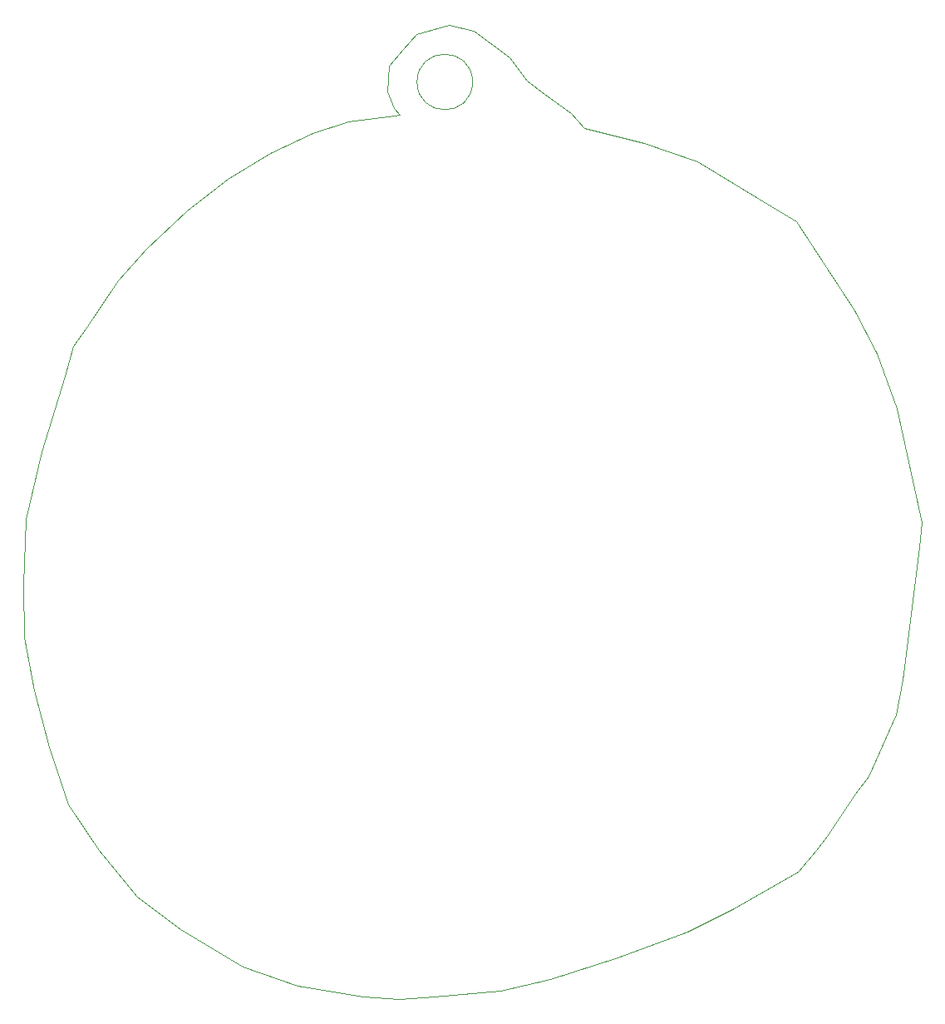
<source format=gm1>
%TF.GenerationSoftware,KiCad,Pcbnew,6.0.9*%
%TF.CreationDate,2022-12-04T17:51:41-08:00*%
%TF.ProjectId,dcpunks31,64637075-6e6b-4733-9331-2e6b69636164,rev?*%
%TF.SameCoordinates,Original*%
%TF.FileFunction,Profile,NP*%
%FSLAX46Y46*%
G04 Gerber Fmt 4.6, Leading zero omitted, Abs format (unit mm)*
G04 Created by KiCad (PCBNEW 6.0.9) date 2022-12-04 17:51:41*
%MOMM*%
%LPD*%
G01*
G04 APERTURE LIST*
%TA.AperFunction,Profile*%
%ADD10C,0.100000*%
%TD*%
G04 APERTURE END LIST*
D10*
X146550000Y-48460000D02*
X145920000Y-47980000D01*
X109630000Y-68000000D02*
X106730000Y-71190000D01*
X138850000Y-144110000D02*
X145620000Y-143510000D01*
X145920000Y-47980000D02*
X142950000Y-45750000D01*
X98120000Y-112960000D02*
X99650000Y-118690000D01*
X152870000Y-54190000D02*
X150120000Y-52210000D01*
X157620000Y-140120000D02*
X164700000Y-137520000D01*
X160280000Y-57240000D02*
X154200000Y-55690000D01*
X126510000Y-56210000D02*
X122230000Y-58210000D01*
X99650000Y-118690000D02*
X101620000Y-124510000D01*
X113750000Y-64070000D02*
X109630000Y-68000000D01*
X130180000Y-55010000D02*
X126510000Y-56210000D01*
X145620000Y-143510000D02*
X150750000Y-142280000D01*
X188360000Y-98360000D02*
X188620000Y-95840000D01*
X140420000Y-45190000D02*
X137070000Y-46160000D01*
X176000000Y-131420000D02*
X177840000Y-129170000D01*
X102180000Y-77920000D02*
X101260000Y-80920000D01*
X148340000Y-50850000D02*
X146550000Y-48460000D01*
X103430000Y-76090000D02*
X102180000Y-77920000D01*
X134150000Y-51960000D02*
X134840000Y-53650000D01*
X186050000Y-84270000D02*
X184010000Y-78600000D01*
X101620000Y-124510000D02*
X104800000Y-129190000D01*
X150120000Y-52210000D02*
X148340000Y-50850000D01*
X97030000Y-102160000D02*
X97180000Y-107520000D01*
X101260000Y-80920000D02*
X98920000Y-88590000D01*
X124980000Y-142990000D02*
X131700000Y-144130000D01*
X97330000Y-95460000D02*
X97030000Y-102160000D01*
X142950000Y-45750000D02*
X140420000Y-45190000D01*
X184010000Y-78600000D02*
X181730000Y-74200000D01*
X165760000Y-59060000D02*
X160280000Y-57240000D01*
X150750000Y-142280000D02*
X157620000Y-140120000D01*
X178900000Y-127750000D02*
X181840000Y-123450000D01*
X134320000Y-49380000D02*
X134150000Y-51960000D01*
X186650000Y-111840000D02*
X188360000Y-98360000D01*
X135760000Y-47620000D02*
X134320000Y-49380000D01*
X98920000Y-88590000D02*
X97330000Y-95460000D01*
X175780000Y-65180000D02*
X171960000Y-62910000D01*
X185960000Y-115400000D02*
X186650000Y-111840000D01*
X117850000Y-60820000D02*
X113750000Y-64070000D01*
X137070000Y-46160000D02*
X135760000Y-47620000D01*
X188620000Y-95840000D02*
X187660000Y-91570000D01*
X181840000Y-123450000D02*
X183190000Y-121650000D01*
X97180000Y-107520000D02*
X98120000Y-112960000D01*
X135440000Y-54320000D02*
X134790000Y-54430000D01*
X113040000Y-137260000D02*
X119440000Y-141040000D01*
X169320000Y-135180000D02*
X176000000Y-131420000D01*
X154200000Y-55690000D02*
X152870000Y-54190000D01*
X131700000Y-144130000D02*
X135290000Y-144350000D01*
X177840000Y-129170000D02*
X178900000Y-127750000D01*
X119440000Y-141040000D02*
X124980000Y-142990000D01*
X181730000Y-74200000D02*
X175780000Y-65180000D01*
X183190000Y-121650000D02*
X185960000Y-115400000D01*
X104800000Y-129190000D02*
X108640000Y-133950000D01*
X171960000Y-62910000D02*
X165760000Y-59060000D01*
X106730000Y-71190000D02*
X103430000Y-76090000D01*
X187660000Y-91570000D02*
X186050000Y-84270000D01*
X108640000Y-133950000D02*
X113040000Y-137260000D01*
X134790000Y-54430000D02*
X130180000Y-55010000D01*
X142828427Y-51000000D02*
G75*
G03*
X142828427Y-51000000I-2828427J0D01*
G01*
X164700000Y-137520000D02*
X169320000Y-135180000D01*
X135290000Y-144350000D02*
X138850000Y-144110000D01*
X134840000Y-53650000D02*
X135440000Y-54320000D01*
X122230000Y-58210000D02*
X117850000Y-60820000D01*
M02*

</source>
